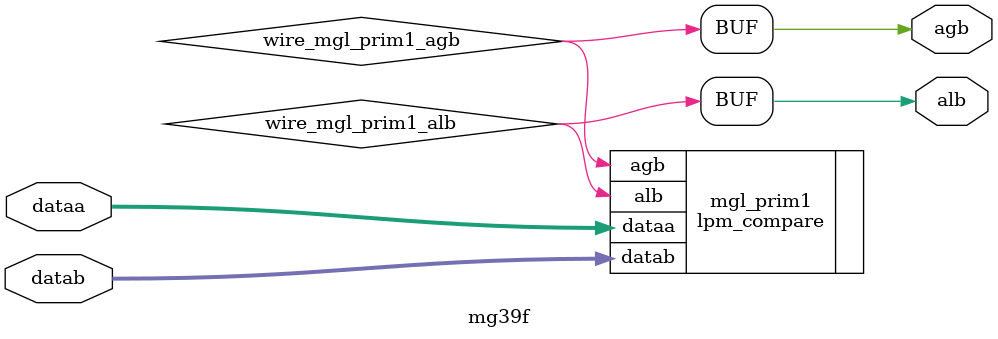
<source format=v>






//synthesis_resources = lpm_compare 1 
//synopsys translate_off
`timescale 1 ps / 1 ps
//synopsys translate_on
module  mg39f
	( 
	agb,
	alb,
	dataa,
	datab) /* synthesis synthesis_clearbox=1 */;
	output   agb;
	output   alb;
	input   [19:0]  dataa;
	input   [19:0]  datab;

	wire  wire_mgl_prim1_agb;
	wire  wire_mgl_prim1_alb;

	lpm_compare   mgl_prim1
	( 
	.agb(wire_mgl_prim1_agb),
	.alb(wire_mgl_prim1_alb),
	.dataa(dataa),
	.datab(datab));
	defparam
		mgl_prim1.lpm_representation = "UNSIGNED",
		mgl_prim1.lpm_type = "LPM_COMPARE",
		mgl_prim1.lpm_width = 20,
		mgl_prim1.lpm_hint = "ONE_INPUT_IS_CONSTANT=YES";
	assign
		agb = wire_mgl_prim1_agb,
		alb = wire_mgl_prim1_alb;
endmodule //mg39f
//VALID FILE

</source>
